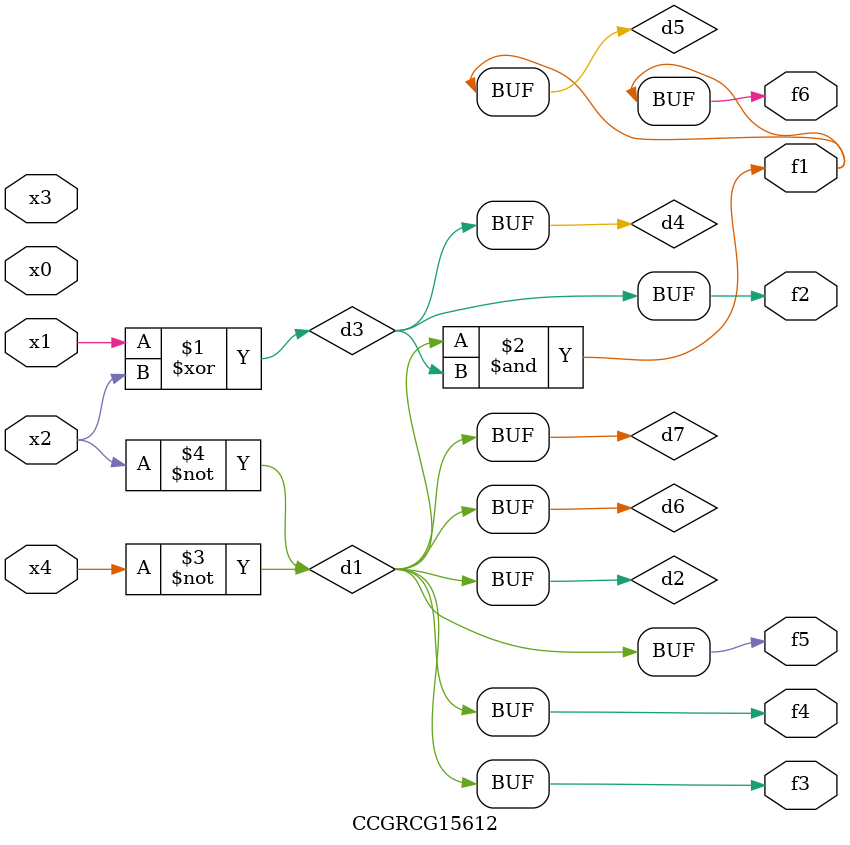
<source format=v>
module CCGRCG15612(
	input x0, x1, x2, x3, x4,
	output f1, f2, f3, f4, f5, f6
);

	wire d1, d2, d3, d4, d5, d6, d7;

	not (d1, x4);
	not (d2, x2);
	xor (d3, x1, x2);
	buf (d4, d3);
	and (d5, d1, d3);
	buf (d6, d1, d2);
	buf (d7, d2);
	assign f1 = d5;
	assign f2 = d4;
	assign f3 = d7;
	assign f4 = d7;
	assign f5 = d7;
	assign f6 = d5;
endmodule

</source>
